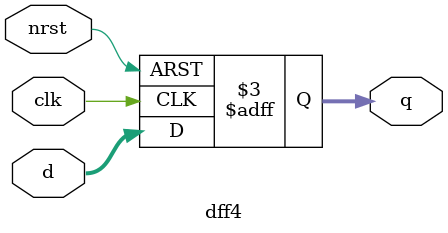
<source format=sv>
module dff4(
    input   logic           clk,
    input   logic           nrst,
    input   logic   [3:0]   d,
    output  logic   [3:0]   q
);

    always @(posedge clk or negedge nrst) begin
        if(nrst == 1'b0) begin
            q <= 4'd0;
        end else begin
            q <= d;
        end
    end
endmodule
</source>
